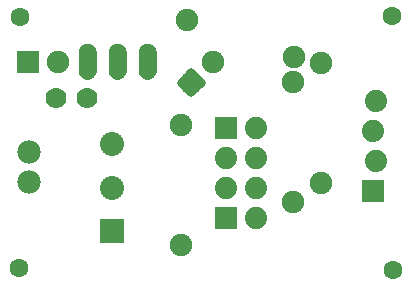
<source format=gtl>
G04 MADE WITH FRITZING*
G04 WWW.FRITZING.ORG*
G04 DOUBLE SIDED*
G04 HOLES PLATED*
G04 CONTOUR ON CENTER OF CONTOUR VECTOR*
%ASAXBY*%
%FSLAX23Y23*%
%MOIN*%
%OFA0B0*%
%SFA1.0B1.0*%
%ADD10C,0.075000*%
%ADD11C,0.062992*%
%ADD12C,0.078000*%
%ADD13C,0.080000*%
%ADD14C,0.070000*%
%ADD15C,0.060000*%
%ADD16C,0.074000*%
%ADD17C,0.074472*%
%ADD18R,0.075000X0.075000*%
%ADD19R,0.074108X0.074472*%
%ADD20C,0.020000*%
%ADD21R,0.001000X0.001000*%
%LNCOPPER1*%
G90*
G70*
G54D10*
X623Y899D03*
X980Y773D03*
G54D11*
X65Y70D03*
X66Y908D03*
X1310Y65D03*
X1306Y910D03*
G54D12*
X99Y356D03*
X99Y456D03*
G54D13*
X374Y194D03*
X374Y339D03*
X374Y484D03*
X374Y194D03*
X374Y339D03*
X374Y484D03*
G54D10*
X639Y689D03*
X710Y759D03*
X93Y758D03*
X193Y758D03*
X1070Y353D03*
X1070Y753D03*
X979Y291D03*
X979Y691D03*
X605Y549D03*
X605Y149D03*
G54D14*
X189Y638D03*
X290Y638D03*
G54D15*
X293Y758D03*
X393Y758D03*
X493Y758D03*
X293Y758D03*
X393Y758D03*
X493Y758D03*
G54D16*
X1245Y328D03*
X1255Y428D03*
X1245Y528D03*
X1255Y628D03*
X1245Y328D03*
X1255Y428D03*
X1245Y528D03*
X1255Y628D03*
G54D17*
X753Y236D03*
X853Y236D03*
X753Y337D03*
X853Y337D03*
X753Y438D03*
X853Y438D03*
X753Y538D03*
X853Y538D03*
X753Y236D03*
X853Y236D03*
X753Y337D03*
X853Y337D03*
X753Y438D03*
X853Y438D03*
X753Y538D03*
X853Y538D03*
G54D18*
X93Y758D03*
G54D19*
X753Y236D03*
X753Y236D03*
X753Y538D03*
G54D20*
X639Y728D02*
X678Y689D01*
X639Y650D01*
X600Y689D01*
X639Y728D01*
D02*
G54D21*
X292Y818D02*
X293Y818D01*
X392Y818D02*
X393Y818D01*
X492Y818D02*
X493Y818D01*
X285Y817D02*
X300Y817D01*
X385Y817D02*
X400Y817D01*
X485Y817D02*
X500Y817D01*
X282Y816D02*
X303Y816D01*
X382Y816D02*
X403Y816D01*
X482Y816D02*
X503Y816D01*
X280Y815D02*
X305Y815D01*
X380Y815D02*
X405Y815D01*
X480Y815D02*
X505Y815D01*
X278Y814D02*
X307Y814D01*
X378Y814D02*
X407Y814D01*
X478Y814D02*
X507Y814D01*
X277Y813D02*
X309Y813D01*
X377Y813D02*
X409Y813D01*
X477Y813D02*
X509Y813D01*
X275Y812D02*
X310Y812D01*
X375Y812D02*
X410Y812D01*
X475Y812D02*
X510Y812D01*
X274Y811D02*
X311Y811D01*
X374Y811D02*
X411Y811D01*
X474Y811D02*
X511Y811D01*
X273Y810D02*
X313Y810D01*
X373Y810D02*
X413Y810D01*
X473Y810D02*
X513Y810D01*
X272Y809D02*
X314Y809D01*
X372Y809D02*
X414Y809D01*
X472Y809D02*
X514Y809D01*
X271Y808D02*
X315Y808D01*
X371Y808D02*
X415Y808D01*
X471Y808D02*
X515Y808D01*
X270Y807D02*
X315Y807D01*
X370Y807D02*
X415Y807D01*
X470Y807D02*
X515Y807D01*
X269Y806D02*
X316Y806D01*
X369Y806D02*
X416Y806D01*
X469Y806D02*
X516Y806D01*
X268Y805D02*
X317Y805D01*
X368Y805D02*
X417Y805D01*
X468Y805D02*
X517Y805D01*
X268Y804D02*
X318Y804D01*
X368Y804D02*
X418Y804D01*
X468Y804D02*
X518Y804D01*
X267Y803D02*
X318Y803D01*
X367Y803D02*
X418Y803D01*
X467Y803D02*
X518Y803D01*
X267Y802D02*
X319Y802D01*
X367Y802D02*
X419Y802D01*
X467Y802D02*
X519Y802D01*
X266Y801D02*
X319Y801D01*
X366Y801D02*
X419Y801D01*
X466Y801D02*
X519Y801D01*
X266Y800D02*
X320Y800D01*
X366Y800D02*
X420Y800D01*
X466Y800D02*
X520Y800D01*
X265Y799D02*
X320Y799D01*
X365Y799D02*
X420Y799D01*
X465Y799D02*
X520Y799D01*
X265Y798D02*
X320Y798D01*
X365Y798D02*
X420Y798D01*
X465Y798D02*
X520Y798D01*
X265Y797D02*
X321Y797D01*
X365Y797D02*
X421Y797D01*
X465Y797D02*
X521Y797D01*
X264Y796D02*
X321Y796D01*
X364Y796D02*
X421Y796D01*
X464Y796D02*
X521Y796D01*
X264Y795D02*
X321Y795D01*
X364Y795D02*
X421Y795D01*
X464Y795D02*
X521Y795D01*
X264Y794D02*
X322Y794D01*
X364Y794D02*
X422Y794D01*
X464Y794D02*
X522Y794D01*
X264Y793D02*
X322Y793D01*
X364Y793D02*
X422Y793D01*
X464Y793D02*
X522Y793D01*
X263Y792D02*
X322Y792D01*
X363Y792D02*
X422Y792D01*
X463Y792D02*
X522Y792D01*
X263Y791D02*
X322Y791D01*
X363Y791D02*
X422Y791D01*
X463Y791D02*
X522Y791D01*
X263Y790D02*
X322Y790D01*
X363Y790D02*
X422Y790D01*
X463Y790D02*
X522Y790D01*
X263Y789D02*
X322Y789D01*
X363Y789D02*
X422Y789D01*
X463Y789D02*
X522Y789D01*
X263Y788D02*
X322Y788D01*
X363Y788D02*
X422Y788D01*
X463Y788D02*
X522Y788D01*
X263Y787D02*
X322Y787D01*
X363Y787D02*
X422Y787D01*
X463Y787D02*
X522Y787D01*
X263Y786D02*
X322Y786D01*
X363Y786D02*
X422Y786D01*
X463Y786D02*
X522Y786D01*
X263Y785D02*
X322Y785D01*
X363Y785D02*
X422Y785D01*
X463Y785D02*
X522Y785D01*
X263Y784D02*
X322Y784D01*
X363Y784D02*
X422Y784D01*
X463Y784D02*
X522Y784D01*
X263Y783D02*
X322Y783D01*
X363Y783D02*
X422Y783D01*
X463Y783D02*
X522Y783D01*
X263Y782D02*
X322Y782D01*
X363Y782D02*
X422Y782D01*
X463Y782D02*
X522Y782D01*
X263Y781D02*
X322Y781D01*
X363Y781D02*
X422Y781D01*
X463Y781D02*
X522Y781D01*
X263Y780D02*
X322Y780D01*
X363Y780D02*
X422Y780D01*
X463Y780D02*
X522Y780D01*
X263Y779D02*
X322Y779D01*
X363Y779D02*
X422Y779D01*
X463Y779D02*
X522Y779D01*
X263Y778D02*
X292Y778D01*
X294Y778D02*
X322Y778D01*
X363Y778D02*
X392Y778D01*
X394Y778D02*
X422Y778D01*
X463Y778D02*
X492Y778D01*
X494Y778D02*
X522Y778D01*
X263Y777D02*
X286Y777D01*
X299Y777D02*
X322Y777D01*
X363Y777D02*
X386Y777D01*
X399Y777D02*
X422Y777D01*
X463Y777D02*
X486Y777D01*
X499Y777D02*
X522Y777D01*
X263Y776D02*
X283Y776D01*
X302Y776D02*
X322Y776D01*
X363Y776D02*
X383Y776D01*
X402Y776D02*
X422Y776D01*
X463Y776D02*
X483Y776D01*
X502Y776D02*
X522Y776D01*
X263Y775D02*
X282Y775D01*
X304Y775D02*
X322Y775D01*
X363Y775D02*
X382Y775D01*
X404Y775D02*
X422Y775D01*
X463Y775D02*
X482Y775D01*
X504Y775D02*
X522Y775D01*
X263Y774D02*
X280Y774D01*
X305Y774D02*
X322Y774D01*
X363Y774D02*
X380Y774D01*
X405Y774D02*
X422Y774D01*
X463Y774D02*
X480Y774D01*
X505Y774D02*
X522Y774D01*
X263Y773D02*
X279Y773D01*
X306Y773D02*
X322Y773D01*
X363Y773D02*
X379Y773D01*
X406Y773D02*
X422Y773D01*
X463Y773D02*
X479Y773D01*
X506Y773D02*
X522Y773D01*
X263Y772D02*
X278Y772D01*
X307Y772D02*
X322Y772D01*
X363Y772D02*
X378Y772D01*
X407Y772D02*
X422Y772D01*
X463Y772D02*
X478Y772D01*
X507Y772D02*
X522Y772D01*
X263Y771D02*
X277Y771D01*
X308Y771D02*
X322Y771D01*
X363Y771D02*
X377Y771D01*
X408Y771D02*
X422Y771D01*
X463Y771D02*
X477Y771D01*
X508Y771D02*
X522Y771D01*
X263Y770D02*
X276Y770D01*
X309Y770D02*
X322Y770D01*
X363Y770D02*
X376Y770D01*
X409Y770D02*
X422Y770D01*
X463Y770D02*
X476Y770D01*
X509Y770D02*
X522Y770D01*
X263Y769D02*
X275Y769D01*
X310Y769D02*
X322Y769D01*
X363Y769D02*
X375Y769D01*
X410Y769D02*
X422Y769D01*
X463Y769D02*
X475Y769D01*
X510Y769D02*
X522Y769D01*
X263Y768D02*
X275Y768D01*
X310Y768D02*
X322Y768D01*
X363Y768D02*
X375Y768D01*
X410Y768D02*
X422Y768D01*
X463Y768D02*
X475Y768D01*
X510Y768D02*
X522Y768D01*
X263Y767D02*
X274Y767D01*
X311Y767D02*
X322Y767D01*
X363Y767D02*
X374Y767D01*
X411Y767D02*
X422Y767D01*
X463Y767D02*
X474Y767D01*
X511Y767D02*
X522Y767D01*
X263Y766D02*
X274Y766D01*
X311Y766D02*
X322Y766D01*
X363Y766D02*
X374Y766D01*
X411Y766D02*
X422Y766D01*
X463Y766D02*
X474Y766D01*
X511Y766D02*
X522Y766D01*
X263Y765D02*
X273Y765D01*
X312Y765D02*
X322Y765D01*
X363Y765D02*
X373Y765D01*
X412Y765D02*
X422Y765D01*
X463Y765D02*
X473Y765D01*
X512Y765D02*
X522Y765D01*
X263Y764D02*
X273Y764D01*
X312Y764D02*
X322Y764D01*
X363Y764D02*
X373Y764D01*
X412Y764D02*
X422Y764D01*
X463Y764D02*
X473Y764D01*
X512Y764D02*
X522Y764D01*
X263Y763D02*
X273Y763D01*
X312Y763D02*
X322Y763D01*
X363Y763D02*
X373Y763D01*
X412Y763D02*
X422Y763D01*
X463Y763D02*
X473Y763D01*
X512Y763D02*
X522Y763D01*
X263Y762D02*
X273Y762D01*
X313Y762D02*
X322Y762D01*
X363Y762D02*
X373Y762D01*
X413Y762D02*
X422Y762D01*
X463Y762D02*
X473Y762D01*
X513Y762D02*
X522Y762D01*
X263Y761D02*
X272Y761D01*
X313Y761D02*
X322Y761D01*
X363Y761D02*
X372Y761D01*
X413Y761D02*
X422Y761D01*
X463Y761D02*
X472Y761D01*
X513Y761D02*
X522Y761D01*
X263Y760D02*
X272Y760D01*
X313Y760D02*
X322Y760D01*
X363Y760D02*
X372Y760D01*
X413Y760D02*
X422Y760D01*
X463Y760D02*
X472Y760D01*
X513Y760D02*
X522Y760D01*
X263Y759D02*
X272Y759D01*
X313Y759D02*
X322Y759D01*
X363Y759D02*
X372Y759D01*
X413Y759D02*
X422Y759D01*
X463Y759D02*
X472Y759D01*
X513Y759D02*
X522Y759D01*
X263Y758D02*
X272Y758D01*
X313Y758D02*
X322Y758D01*
X363Y758D02*
X372Y758D01*
X413Y758D02*
X422Y758D01*
X463Y758D02*
X472Y758D01*
X513Y758D02*
X522Y758D01*
X263Y757D02*
X272Y757D01*
X313Y757D02*
X322Y757D01*
X363Y757D02*
X372Y757D01*
X413Y757D02*
X422Y757D01*
X463Y757D02*
X472Y757D01*
X513Y757D02*
X522Y757D01*
X263Y756D02*
X272Y756D01*
X313Y756D02*
X322Y756D01*
X363Y756D02*
X372Y756D01*
X413Y756D02*
X422Y756D01*
X463Y756D02*
X472Y756D01*
X513Y756D02*
X522Y756D01*
X263Y755D02*
X272Y755D01*
X313Y755D02*
X322Y755D01*
X363Y755D02*
X372Y755D01*
X413Y755D02*
X422Y755D01*
X463Y755D02*
X472Y755D01*
X513Y755D02*
X522Y755D01*
X263Y754D02*
X273Y754D01*
X313Y754D02*
X322Y754D01*
X363Y754D02*
X373Y754D01*
X413Y754D02*
X422Y754D01*
X463Y754D02*
X473Y754D01*
X513Y754D02*
X522Y754D01*
X263Y753D02*
X273Y753D01*
X312Y753D02*
X322Y753D01*
X363Y753D02*
X373Y753D01*
X412Y753D02*
X422Y753D01*
X463Y753D02*
X473Y753D01*
X512Y753D02*
X522Y753D01*
X263Y752D02*
X273Y752D01*
X312Y752D02*
X322Y752D01*
X363Y752D02*
X373Y752D01*
X412Y752D02*
X422Y752D01*
X463Y752D02*
X473Y752D01*
X512Y752D02*
X522Y752D01*
X263Y751D02*
X273Y751D01*
X312Y751D02*
X322Y751D01*
X363Y751D02*
X373Y751D01*
X412Y751D02*
X422Y751D01*
X463Y751D02*
X473Y751D01*
X512Y751D02*
X522Y751D01*
X263Y750D02*
X274Y750D01*
X311Y750D02*
X322Y750D01*
X363Y750D02*
X374Y750D01*
X411Y750D02*
X422Y750D01*
X463Y750D02*
X474Y750D01*
X511Y750D02*
X522Y750D01*
X263Y749D02*
X274Y749D01*
X311Y749D02*
X322Y749D01*
X363Y749D02*
X374Y749D01*
X411Y749D02*
X422Y749D01*
X463Y749D02*
X474Y749D01*
X511Y749D02*
X522Y749D01*
X263Y748D02*
X275Y748D01*
X310Y748D02*
X322Y748D01*
X363Y748D02*
X375Y748D01*
X410Y748D02*
X422Y748D01*
X463Y748D02*
X475Y748D01*
X510Y748D02*
X522Y748D01*
X263Y747D02*
X276Y747D01*
X310Y747D02*
X322Y747D01*
X363Y747D02*
X376Y747D01*
X410Y747D02*
X422Y747D01*
X463Y747D02*
X476Y747D01*
X510Y747D02*
X522Y747D01*
X263Y746D02*
X276Y746D01*
X309Y746D02*
X322Y746D01*
X363Y746D02*
X376Y746D01*
X409Y746D02*
X422Y746D01*
X463Y746D02*
X476Y746D01*
X509Y746D02*
X522Y746D01*
X263Y745D02*
X277Y745D01*
X308Y745D02*
X322Y745D01*
X363Y745D02*
X377Y745D01*
X408Y745D02*
X422Y745D01*
X463Y745D02*
X477Y745D01*
X508Y745D02*
X522Y745D01*
X263Y744D02*
X278Y744D01*
X307Y744D02*
X322Y744D01*
X363Y744D02*
X378Y744D01*
X407Y744D02*
X422Y744D01*
X463Y744D02*
X478Y744D01*
X507Y744D02*
X522Y744D01*
X263Y743D02*
X279Y743D01*
X306Y743D02*
X322Y743D01*
X363Y743D02*
X379Y743D01*
X406Y743D02*
X422Y743D01*
X463Y743D02*
X479Y743D01*
X506Y743D02*
X522Y743D01*
X263Y742D02*
X280Y742D01*
X305Y742D02*
X322Y742D01*
X363Y742D02*
X380Y742D01*
X405Y742D02*
X422Y742D01*
X463Y742D02*
X480Y742D01*
X505Y742D02*
X522Y742D01*
X263Y741D02*
X282Y741D01*
X303Y741D02*
X322Y741D01*
X363Y741D02*
X382Y741D01*
X403Y741D02*
X422Y741D01*
X463Y741D02*
X482Y741D01*
X503Y741D02*
X522Y741D01*
X263Y740D02*
X284Y740D01*
X302Y740D02*
X322Y740D01*
X363Y740D02*
X384Y740D01*
X402Y740D02*
X422Y740D01*
X463Y740D02*
X484Y740D01*
X502Y740D02*
X522Y740D01*
X263Y739D02*
X286Y739D01*
X299Y739D02*
X322Y739D01*
X363Y739D02*
X386Y739D01*
X399Y739D02*
X422Y739D01*
X463Y739D02*
X486Y739D01*
X499Y739D02*
X522Y739D01*
X263Y738D02*
X322Y738D01*
X363Y738D02*
X422Y738D01*
X463Y738D02*
X522Y738D01*
X263Y737D02*
X322Y737D01*
X363Y737D02*
X422Y737D01*
X463Y737D02*
X522Y737D01*
X263Y736D02*
X322Y736D01*
X363Y736D02*
X422Y736D01*
X463Y736D02*
X522Y736D01*
X263Y735D02*
X322Y735D01*
X363Y735D02*
X422Y735D01*
X463Y735D02*
X522Y735D01*
X263Y734D02*
X322Y734D01*
X363Y734D02*
X422Y734D01*
X463Y734D02*
X522Y734D01*
X263Y733D02*
X322Y733D01*
X363Y733D02*
X422Y733D01*
X463Y733D02*
X522Y733D01*
X263Y732D02*
X322Y732D01*
X363Y732D02*
X422Y732D01*
X463Y732D02*
X522Y732D01*
X263Y731D02*
X322Y731D01*
X363Y731D02*
X422Y731D01*
X463Y731D02*
X522Y731D01*
X263Y730D02*
X322Y730D01*
X363Y730D02*
X422Y730D01*
X463Y730D02*
X522Y730D01*
X263Y729D02*
X322Y729D01*
X363Y729D02*
X422Y729D01*
X463Y729D02*
X522Y729D01*
X263Y728D02*
X322Y728D01*
X363Y728D02*
X422Y728D01*
X463Y728D02*
X522Y728D01*
X263Y727D02*
X322Y727D01*
X363Y727D02*
X422Y727D01*
X463Y727D02*
X522Y727D01*
X263Y726D02*
X322Y726D01*
X363Y726D02*
X422Y726D01*
X463Y726D02*
X522Y726D01*
X263Y725D02*
X322Y725D01*
X363Y725D02*
X422Y725D01*
X463Y725D02*
X522Y725D01*
X263Y724D02*
X322Y724D01*
X363Y724D02*
X422Y724D01*
X463Y724D02*
X522Y724D01*
X264Y723D02*
X322Y723D01*
X364Y723D02*
X422Y723D01*
X464Y723D02*
X522Y723D01*
X264Y722D02*
X322Y722D01*
X364Y722D02*
X422Y722D01*
X464Y722D02*
X522Y722D01*
X264Y721D02*
X321Y721D01*
X364Y721D02*
X421Y721D01*
X464Y721D02*
X521Y721D01*
X264Y720D02*
X321Y720D01*
X364Y720D02*
X421Y720D01*
X464Y720D02*
X521Y720D01*
X265Y719D02*
X321Y719D01*
X365Y719D02*
X421Y719D01*
X465Y719D02*
X521Y719D01*
X265Y718D02*
X320Y718D01*
X365Y718D02*
X420Y718D01*
X465Y718D02*
X520Y718D01*
X265Y717D02*
X320Y717D01*
X365Y717D02*
X420Y717D01*
X465Y717D02*
X520Y717D01*
X266Y716D02*
X320Y716D01*
X366Y716D02*
X420Y716D01*
X466Y716D02*
X520Y716D01*
X266Y715D02*
X319Y715D01*
X366Y715D02*
X419Y715D01*
X466Y715D02*
X519Y715D01*
X267Y714D02*
X319Y714D01*
X367Y714D02*
X419Y714D01*
X467Y714D02*
X519Y714D01*
X267Y713D02*
X318Y713D01*
X367Y713D02*
X418Y713D01*
X467Y713D02*
X518Y713D01*
X268Y712D02*
X317Y712D01*
X368Y712D02*
X417Y712D01*
X468Y712D02*
X517Y712D01*
X268Y711D02*
X317Y711D01*
X368Y711D02*
X417Y711D01*
X468Y711D02*
X517Y711D01*
X269Y710D02*
X316Y710D01*
X369Y710D02*
X416Y710D01*
X469Y710D02*
X516Y710D01*
X270Y709D02*
X315Y709D01*
X370Y709D02*
X415Y709D01*
X470Y709D02*
X515Y709D01*
X271Y708D02*
X314Y708D01*
X371Y708D02*
X414Y708D01*
X471Y708D02*
X514Y708D01*
X272Y707D02*
X313Y707D01*
X372Y707D02*
X413Y707D01*
X472Y707D02*
X513Y707D01*
X273Y706D02*
X312Y706D01*
X373Y706D02*
X412Y706D01*
X473Y706D02*
X512Y706D01*
X274Y705D02*
X311Y705D01*
X374Y705D02*
X411Y705D01*
X474Y705D02*
X511Y705D01*
X275Y704D02*
X310Y704D01*
X375Y704D02*
X410Y704D01*
X475Y704D02*
X510Y704D01*
X277Y703D02*
X309Y703D01*
X377Y703D02*
X409Y703D01*
X477Y703D02*
X509Y703D01*
X278Y702D02*
X307Y702D01*
X378Y702D02*
X407Y702D01*
X478Y702D02*
X507Y702D01*
X280Y701D02*
X305Y701D01*
X380Y701D02*
X405Y701D01*
X480Y701D02*
X505Y701D01*
X283Y700D02*
X303Y700D01*
X383Y700D02*
X403Y700D01*
X483Y700D02*
X503Y700D01*
X286Y699D02*
X299Y699D01*
X386Y699D02*
X399Y699D01*
X486Y699D02*
X499Y699D01*
X1208Y365D02*
X1281Y365D01*
X1208Y364D02*
X1281Y364D01*
X1208Y363D02*
X1281Y363D01*
X1208Y362D02*
X1281Y362D01*
X1208Y361D02*
X1281Y361D01*
X1208Y360D02*
X1281Y360D01*
X1208Y359D02*
X1281Y359D01*
X1208Y358D02*
X1281Y358D01*
X1208Y357D02*
X1281Y357D01*
X1208Y356D02*
X1281Y356D01*
X1208Y355D02*
X1281Y355D01*
X1208Y354D02*
X1281Y354D01*
X1208Y353D02*
X1281Y353D01*
X1208Y352D02*
X1281Y352D01*
X1208Y351D02*
X1281Y351D01*
X1208Y350D02*
X1281Y350D01*
X1208Y349D02*
X1281Y349D01*
X1208Y348D02*
X1240Y348D01*
X1250Y348D02*
X1281Y348D01*
X1208Y347D02*
X1236Y347D01*
X1253Y347D02*
X1281Y347D01*
X1208Y346D02*
X1235Y346D01*
X1255Y346D02*
X1281Y346D01*
X1208Y345D02*
X1233Y345D01*
X1257Y345D02*
X1281Y345D01*
X1208Y344D02*
X1232Y344D01*
X1258Y344D02*
X1281Y344D01*
X1208Y343D02*
X1230Y343D01*
X1259Y343D02*
X1281Y343D01*
X1208Y342D02*
X1229Y342D01*
X1260Y342D02*
X1281Y342D01*
X1208Y341D02*
X1229Y341D01*
X1261Y341D02*
X1281Y341D01*
X1208Y340D02*
X1228Y340D01*
X1262Y340D02*
X1281Y340D01*
X1208Y339D02*
X1227Y339D01*
X1262Y339D02*
X1281Y339D01*
X1208Y338D02*
X1227Y338D01*
X1263Y338D02*
X1281Y338D01*
X1208Y337D02*
X1226Y337D01*
X1263Y337D02*
X1281Y337D01*
X1208Y336D02*
X1226Y336D01*
X1264Y336D02*
X1281Y336D01*
X1208Y335D02*
X1225Y335D01*
X1264Y335D02*
X1281Y335D01*
X1208Y334D02*
X1225Y334D01*
X1264Y334D02*
X1281Y334D01*
X1208Y333D02*
X1225Y333D01*
X1265Y333D02*
X1281Y333D01*
X1208Y332D02*
X1225Y332D01*
X1265Y332D02*
X1281Y332D01*
X1208Y331D02*
X1224Y331D01*
X1265Y331D02*
X1281Y331D01*
X1208Y330D02*
X1224Y330D01*
X1265Y330D02*
X1281Y330D01*
X1208Y329D02*
X1224Y329D01*
X1265Y329D02*
X1281Y329D01*
X1208Y328D02*
X1224Y328D01*
X1265Y328D02*
X1281Y328D01*
X1208Y327D02*
X1224Y327D01*
X1265Y327D02*
X1281Y327D01*
X1208Y326D02*
X1225Y326D01*
X1265Y326D02*
X1281Y326D01*
X1208Y325D02*
X1225Y325D01*
X1265Y325D02*
X1281Y325D01*
X1208Y324D02*
X1225Y324D01*
X1265Y324D02*
X1281Y324D01*
X1208Y323D02*
X1225Y323D01*
X1264Y323D02*
X1281Y323D01*
X1208Y322D02*
X1225Y322D01*
X1264Y322D02*
X1281Y322D01*
X1208Y321D02*
X1226Y321D01*
X1264Y321D02*
X1281Y321D01*
X1208Y320D02*
X1226Y320D01*
X1263Y320D02*
X1281Y320D01*
X1208Y319D02*
X1227Y319D01*
X1263Y319D02*
X1281Y319D01*
X1208Y318D02*
X1227Y318D01*
X1262Y318D02*
X1281Y318D01*
X1208Y317D02*
X1228Y317D01*
X1261Y317D02*
X1281Y317D01*
X1208Y316D02*
X1229Y316D01*
X1261Y316D02*
X1281Y316D01*
X1208Y315D02*
X1230Y315D01*
X1260Y315D02*
X1281Y315D01*
X1208Y314D02*
X1231Y314D01*
X1259Y314D02*
X1281Y314D01*
X1208Y313D02*
X1232Y313D01*
X1258Y313D02*
X1281Y313D01*
X1208Y312D02*
X1233Y312D01*
X1256Y312D02*
X1281Y312D01*
X1208Y311D02*
X1235Y311D01*
X1254Y311D02*
X1281Y311D01*
X1208Y310D02*
X1237Y310D01*
X1252Y310D02*
X1281Y310D01*
X1208Y309D02*
X1241Y309D01*
X1249Y309D02*
X1281Y309D01*
X1208Y308D02*
X1281Y308D01*
X1208Y307D02*
X1281Y307D01*
X1208Y306D02*
X1281Y306D01*
X1208Y305D02*
X1281Y305D01*
X1208Y304D02*
X1281Y304D01*
X1208Y303D02*
X1281Y303D01*
X1208Y302D02*
X1281Y302D01*
X1208Y301D02*
X1281Y301D01*
X1208Y300D02*
X1281Y300D01*
X1208Y299D02*
X1281Y299D01*
X1208Y298D02*
X1281Y298D01*
X1208Y297D02*
X1281Y297D01*
X1208Y296D02*
X1281Y296D01*
X1208Y295D02*
X1281Y295D01*
X1208Y294D02*
X1281Y294D01*
X1208Y293D02*
X1281Y293D01*
X1208Y292D02*
X1281Y292D01*
X334Y234D02*
X413Y234D01*
X334Y233D02*
X413Y233D01*
X334Y232D02*
X413Y232D01*
X334Y231D02*
X413Y231D01*
X334Y230D02*
X413Y230D01*
X334Y229D02*
X413Y229D01*
X334Y228D02*
X413Y228D01*
X334Y227D02*
X413Y227D01*
X334Y226D02*
X413Y226D01*
X334Y225D02*
X413Y225D01*
X334Y224D02*
X413Y224D01*
X334Y223D02*
X413Y223D01*
X334Y222D02*
X413Y222D01*
X334Y221D02*
X413Y221D01*
X334Y220D02*
X413Y220D01*
X334Y219D02*
X413Y219D01*
X334Y218D02*
X369Y218D01*
X379Y218D02*
X413Y218D01*
X334Y217D02*
X365Y217D01*
X383Y217D02*
X413Y217D01*
X334Y216D02*
X363Y216D01*
X385Y216D02*
X413Y216D01*
X334Y215D02*
X361Y215D01*
X387Y215D02*
X413Y215D01*
X334Y214D02*
X359Y214D01*
X388Y214D02*
X413Y214D01*
X334Y213D02*
X358Y213D01*
X389Y213D02*
X413Y213D01*
X334Y212D02*
X357Y212D01*
X391Y212D02*
X413Y212D01*
X334Y211D02*
X356Y211D01*
X392Y211D02*
X413Y211D01*
X334Y210D02*
X355Y210D01*
X392Y210D02*
X413Y210D01*
X334Y209D02*
X354Y209D01*
X393Y209D02*
X413Y209D01*
X334Y208D02*
X354Y208D01*
X394Y208D02*
X413Y208D01*
X334Y207D02*
X353Y207D01*
X395Y207D02*
X413Y207D01*
X334Y206D02*
X352Y206D01*
X395Y206D02*
X413Y206D01*
X334Y205D02*
X352Y205D01*
X396Y205D02*
X413Y205D01*
X334Y204D02*
X352Y204D01*
X396Y204D02*
X413Y204D01*
X334Y203D02*
X351Y203D01*
X397Y203D02*
X413Y203D01*
X334Y202D02*
X351Y202D01*
X397Y202D02*
X413Y202D01*
X334Y201D02*
X350Y201D01*
X397Y201D02*
X413Y201D01*
X334Y200D02*
X350Y200D01*
X397Y200D02*
X413Y200D01*
X334Y199D02*
X350Y199D01*
X398Y199D02*
X413Y199D01*
X334Y198D02*
X350Y198D01*
X398Y198D02*
X413Y198D01*
X334Y197D02*
X350Y197D01*
X398Y197D02*
X413Y197D01*
X334Y196D02*
X350Y196D01*
X398Y196D02*
X413Y196D01*
X334Y195D02*
X350Y195D01*
X398Y195D02*
X413Y195D01*
X334Y194D02*
X350Y194D01*
X398Y194D02*
X413Y194D01*
X334Y193D02*
X350Y193D01*
X398Y193D02*
X413Y193D01*
X334Y192D02*
X350Y192D01*
X398Y192D02*
X413Y192D01*
X334Y191D02*
X350Y191D01*
X398Y191D02*
X413Y191D01*
X334Y190D02*
X350Y190D01*
X397Y190D02*
X413Y190D01*
X334Y189D02*
X350Y189D01*
X397Y189D02*
X413Y189D01*
X334Y188D02*
X351Y188D01*
X397Y188D02*
X413Y188D01*
X334Y187D02*
X351Y187D01*
X397Y187D02*
X413Y187D01*
X334Y186D02*
X351Y186D01*
X396Y186D02*
X413Y186D01*
X334Y185D02*
X352Y185D01*
X396Y185D02*
X413Y185D01*
X334Y184D02*
X352Y184D01*
X395Y184D02*
X413Y184D01*
X334Y183D02*
X353Y183D01*
X395Y183D02*
X413Y183D01*
X334Y182D02*
X354Y182D01*
X394Y182D02*
X413Y182D01*
X334Y181D02*
X354Y181D01*
X393Y181D02*
X413Y181D01*
X334Y180D02*
X355Y180D01*
X393Y180D02*
X413Y180D01*
X334Y179D02*
X356Y179D01*
X392Y179D02*
X413Y179D01*
X334Y178D02*
X357Y178D01*
X391Y178D02*
X413Y178D01*
X334Y177D02*
X358Y177D01*
X390Y177D02*
X413Y177D01*
X334Y176D02*
X359Y176D01*
X389Y176D02*
X413Y176D01*
X334Y175D02*
X361Y175D01*
X387Y175D02*
X413Y175D01*
X334Y174D02*
X362Y174D01*
X385Y174D02*
X413Y174D01*
X334Y173D02*
X364Y173D01*
X383Y173D02*
X413Y173D01*
X334Y172D02*
X368Y172D01*
X380Y172D02*
X413Y172D01*
X334Y171D02*
X413Y171D01*
X334Y170D02*
X413Y170D01*
X334Y169D02*
X413Y169D01*
X334Y168D02*
X413Y168D01*
X334Y167D02*
X413Y167D01*
X334Y166D02*
X413Y166D01*
X334Y165D02*
X413Y165D01*
X334Y164D02*
X413Y164D01*
X334Y163D02*
X413Y163D01*
X334Y162D02*
X413Y162D01*
X334Y161D02*
X413Y161D01*
X334Y160D02*
X413Y160D01*
X334Y159D02*
X413Y159D01*
X334Y158D02*
X413Y158D01*
X334Y157D02*
X413Y157D01*
X334Y156D02*
X413Y156D01*
X335Y155D02*
X413Y155D01*
D02*
G04 End of Copper1*
M02*
</source>
